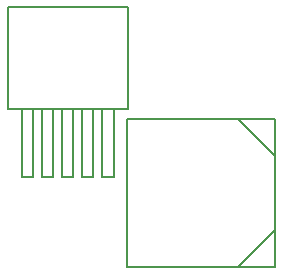
<source format=gbr>
G04 #@! TF.FileFunction,Drawing*
%FSLAX46Y46*%
G04 Gerber Fmt 4.6, Leading zero omitted, Abs format (unit mm)*
G04 Created by KiCad (PCBNEW 4.0.7) date 10/02/18 16:36:01*
%MOMM*%
%LPD*%
G01*
G04 APERTURE LIST*
%ADD10C,0.100000*%
%ADD11C,0.152400*%
G04 APERTURE END LIST*
D10*
D11*
X155368400Y-106394200D02*
X152244200Y-109518400D01*
X155368400Y-100145800D02*
X152244200Y-97021600D01*
X155368400Y-97021600D02*
X142871600Y-97021600D01*
X142871600Y-97021600D02*
X142871600Y-109518400D01*
X142871600Y-109518400D02*
X155368400Y-109518400D01*
X155368400Y-109518400D02*
X155368400Y-97021600D01*
X134929000Y-96208000D02*
X133963800Y-96208000D01*
X133963800Y-96208000D02*
X133963800Y-101923000D01*
X133963800Y-101923000D02*
X134929000Y-101923000D01*
X134929000Y-101923000D02*
X134929000Y-96208000D01*
X136630800Y-96208000D02*
X135665600Y-96208000D01*
X135665600Y-96208000D02*
X135665600Y-101923000D01*
X135665600Y-101923000D02*
X136630800Y-101923000D01*
X136630800Y-101923000D02*
X136630800Y-96208000D01*
X138332600Y-96208000D02*
X137367400Y-96208000D01*
X137367400Y-96208000D02*
X137367400Y-101923000D01*
X137367400Y-101923000D02*
X138332600Y-101923000D01*
X138332600Y-101923000D02*
X138332600Y-96208000D01*
X140034400Y-96208000D02*
X139069200Y-96208000D01*
X139069200Y-96208000D02*
X139069200Y-101923000D01*
X139069200Y-101923000D02*
X140034400Y-101923000D01*
X140034400Y-101923000D02*
X140034400Y-96208000D01*
X141736200Y-96208000D02*
X140771000Y-96208000D01*
X140771000Y-96208000D02*
X140771000Y-101923000D01*
X140771000Y-101923000D02*
X141736200Y-101923000D01*
X141736200Y-101923000D02*
X141736200Y-96208000D01*
X132770000Y-96208000D02*
X142930000Y-96208000D01*
X142930000Y-96208000D02*
X142930000Y-87572000D01*
X142930000Y-87572000D02*
X132770000Y-87572000D01*
X132770000Y-87572000D02*
X132770000Y-96208000D01*
M02*

</source>
